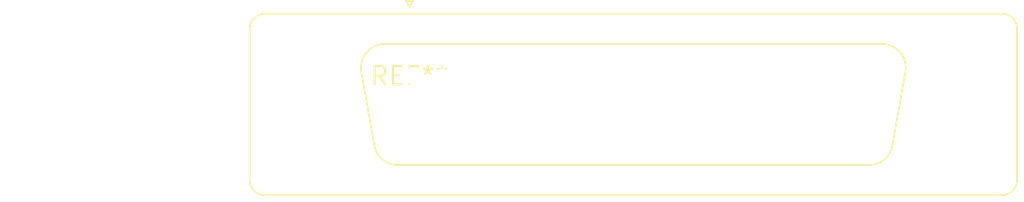
<source format=kicad_pcb>
(kicad_pcb (version 20240108) (generator pcbnew)
  (layers (0 "F.Cu" signal) (31 "B.Cu" signal) (34 "B.Paste" user) (35 "F.Paste" user) (36 "B.SilkS" user "B.Silkscreen") (37 "F.SilkS" user "F.Silkscreen") (38 "B.Mask" user) (39 "F.Mask" user) (44 "Edge.Cuts" user))
  (net 0 "")
  (footprint "DSUB-44-HD_Male_Vertical_P2.29x1.98mm_MountingHoles" (layer "F.Cu") (at 0 0)
    (property "Reference" "REF**")
    (property "Value" "DSUB-44-HD_Male_Vertical_P2.29x1.98mm_MountingHoles")
    (fp_line (start -11.085 7.23) (end -11.085 -3.27) (layer "F.SilkS") (stroke (width 0.12)))
    (fp_line (start -10.025 -4.33) (end 41.075 -4.33) (layer "F.SilkS") (stroke (width 0.12)))
    (fp_line (start -3.34147 -0.281744) (end -2.442202 4.818256) (layer "F.SilkS") (stroke (width 0.12)))
    (fp_line (start -1.706689 -2.23) (end 32.756689 -2.23) (layer "F.SilkS") (stroke (width 0.12)))
    (fp_line (start -0.807421 6.19) (end 31.857421 6.19) (layer "F.SilkS") (stroke (width 0.12)))
    (fp_line (start -0.25 -5.224338) (end 0.25 -5.224338) (layer "F.SilkS") (stroke (width 0.12)))
    (fp_line (start 0 -4.791325) (end -0.25 -5.224338) (layer "F.SilkS") (stroke (width 0.12)))
    (fp_line (start 0.25 -5.224338) (end 0 -4.791325) (layer "F.SilkS") (stroke (width 0.12)))
    (fp_line (start 34.39147 -0.281744) (end 33.492202 4.818256) (layer "F.SilkS") (stroke (width 0.12)))
    (fp_line (start 41.075 8.29) (end -10.025 8.29) (layer "F.SilkS") (stroke (width 0.12)))
    (fp_line (start 42.135 -3.27) (end 42.135 7.23) (layer "F.SilkS") (stroke (width 0.12)))
    (fp_arc (start -11.085 -3.27) (mid -10.774533 -4.019533) (end -10.025 -4.33) (layer "F.SilkS") (stroke (width 0.12)))
    (fp_arc (start -10.025 8.29) (mid -10.774533 7.979533) (end -11.085 7.23) (layer "F.SilkS") (stroke (width 0.12)))
    (fp_arc (start -3.34147 -0.281744) (mid -2.978323 -1.637028) (end -1.706689 -2.23) (layer "F.SilkS") (stroke (width 0.12)))
    (fp_arc (start -0.807421 6.19) (mid -1.874448 5.801634) (end -2.442202 4.818256) (layer "F.SilkS") (stroke (width 0.12)))
    (fp_arc (start 32.756689 -2.23) (mid 34.028323 -1.637027) (end 34.39147 -0.281744) (layer "F.SilkS") (stroke (width 0.12)))
    (fp_arc (start 33.492202 4.818256) (mid 32.924449 5.801634) (end 31.857421 6.19) (layer "F.SilkS") (stroke (width 0.12)))
    (fp_arc (start 41.075 -4.33) (mid 41.824533 -4.019533) (end 42.135 -3.27) (layer "F.SilkS") (stroke (width 0.12)))
    (fp_arc (start 42.135 7.23) (mid 41.824533 7.979533) (end 41.075 8.29) (layer "F.SilkS") (stroke (width 0.12)))
    (pad "0" thru_hole circle (at -8.025 1.98) (size 4 4) (drill 3.2) (layers *.Cu *.Mask) (remove_unused_layers))
    (pad "0" thru_hole circle (at 39.075 1.98) (size 4 4) (drill 3.2) (layers *.Cu *.Mask) (remove_unused_layers))
    (pad "1" thru_hole rect (at 0 0) (size 1.6 1.6) (drill 1) (layers *.Cu *.Mask) (remove_unused_layers))
    (pad "2" thru_hole circle (at 2.29 0) (size 1.6 1.6) (drill 1) (layers *.Cu *.Mask) (remove_unused_layers))
    (pad "3" thru_hole circle (at 4.58 0) (size 1.6 1.6) (drill 1) (layers *.Cu *.Mask) (remove_unused_layers))
    (pad "4" thru_hole circle (at 6.87 0) (size 1.6 1.6) (drill 1) (layers *.Cu *.Mask) (remove_unused_layers))
    (pad "5" thru_hole circle (at 9.16 0) (size 1.6 1.6) (drill 1) (layers *.Cu *.Mask) (remove_unused_layers))
    (pad "6" thru_hole circle (at 11.45 0) (size 1.6 1.6) (drill 1) (layers *.Cu *.Mask) (remove_unused_layers))
    (pad "7" thru_hole circle (at 13.74 0) (size 1.6 1.6) (drill 1) (layers *.Cu *.Mask) (remove_unused_layers))
    (pad "8" thru_hole circle (at 16.03 0) (size 1.6 1.6) (drill 1) (layers *.Cu *.Mask) (remove_unused_layers))
    (pad "9" thru_hole circle (at 18.32 0) (size 1.6 1.6) (drill 1) (layers *.Cu *.Mask) (remove_unused_layers))
    (pad "10" thru_hole circle (at 20.61 0) (size 1.6 1.6) (drill 1) (layers *.Cu *.Mask) (remove_unused_layers))
    (pad "11" thru_hole circle (at 22.9 0) (size 1.6 1.6) (drill 1) (layers *.Cu *.Mask) (remove_unused_layers))
    (pad "12" thru_hole circle (at 25.19 0) (size 1.6 1.6) (drill 1) (layers *.Cu *.Mask) (remove_unused_layers))
    (pad "13" thru_hole circle (at 27.48 0) (size 1.6 1.6) (drill 1) (layers *.Cu *.Mask) (remove_unused_layers))
    (pad "14" thru_hole circle (at 29.77 0) (size 1.6 1.6) (drill 1) (layers *.Cu *.Mask) (remove_unused_layers))
    (pad "15" thru_hole circle (at 32.06 0) (size 1.6 1.6) (drill 1) (layers *.Cu *.Mask) (remove_unused_layers))
    (pad "16" thru_hole circle (at -1.145 1.98) (size 1.6 1.6) (drill 1) (layers *.Cu *.Mask) (remove_unused_layers))
    (pad "17" thru_hole circle (at 1.145 1.98) (size 1.6 1.6) (drill 1) (layers *.Cu *.Mask) (remove_unused_layers))
    (pad "18" thru_hole circle (at 3.435 1.98) (size 1.6 1.6) (drill 1) (layers *.Cu *.Mask) (remove_unused_layers))
    (pad "19" thru_hole circle (at 5.725 1.98) (size 1.6 1.6) (drill 1) (layers *.Cu *.Mask) (remove_unused_layers))
    (pad "20" thru_hole circle (at 8.015 1.98) (size 1.6 1.6) (drill 1) (layers *.Cu *.Mask) (remove_unused_layers))
    (pad "21" thru_hole circle (at 10.305 1.98) (size 1.6 1.6) (drill 1) (layers *.Cu *.Mask) (remove_unused_layers))
    (pad "22" thru_hole circle (at 12.595 1.98) (size 1.6 1.6) (drill 1) (layers *.Cu *.Mask) (remove_unused_layers))
    (pad "23" thru_hole circle (at 14.885 1.98) (size 1.6 1.6) (drill 1) (layers *.Cu *.Mask) (remove_unused_layers))
    (pad "24" thru_hole circle (at 17.175 1.98) (size 1.6 1.6) (drill 1) (layers *.Cu *.Mask) (remove_unused_layers))
    (pad "25" thru_hole circle (at 19.465 1.98) (size 1.6 1.6) (drill 1) (layers *.Cu *.Mask) (remove_unused_layers))
    (pad "26" thru_hole circle (at 21.755 1.98) (size 1.6 1.6) (drill 1) (layers *.Cu *.Mask) (remove_unused_layers))
    (pad "27" thru_hole circle (at 24.045 1.98) (size 1.6 1.6) (drill 1) (layers *.Cu *.Mask) (remove_unused_layers))
    (pad "28" thru_hole circle (at 26.335 1.98) (size 1.6 1.6) (drill 1) (layers *.Cu *.Mask) (remove_unused_layers))
    (pad "29" thru_hole circle (at 28.625 1.98) (size 1.6 1.6) (drill 1) (layers *.Cu *.Mask) (remove_unused_layers))
    (pad "30" thru_hole circle (at 30.915 1.98) (size 1.6 1.6) (drill 1) (layers *.Cu *.Mask) (remove_unused_layers))
    (pad "31" thru_hole circle (at 0 3.96) (size 1.6 1.6) (drill 1) (layers *.Cu *.Mask) (remove_unused_layers))
    (pad "32" thru_hole circle (at 2.29 3.96) (size 1.6 1.6) (drill 1) (layers *.Cu *.Mask) (remove_unused_layers))
    (pad "33" thru_hole circle (at 4.58 3.96) (size 1.6 1.6) (drill 1) (layers *.Cu *.Mask) (remove_unused_layers))
    (pad "34" thru_hole circle (at 6.87 3.96) (size 1.6 1.6) (drill 1) (layers *.Cu *.Mask) (remove_unused_layers))
    (pad "35" thru_hole circle (at 9.16 3.96) (size 1.6 1.6) (drill 1) (layers *.Cu *.Mask) (remove_unused_layers))
    (pad "36" thru_hole circle (at 11.45 3.96) (size 1.6 1.6) (drill 1) (layers *.Cu *.Mask) (remove_unused_layers))
    (pad "37" thru_hole circle (at 13.74 3.96) (size 1.6 1.6) (drill 1) (layers *.Cu *.Mask) (remove_unused_layers))
    (pad "38" thru_hole circle (at 16.03 3.96) (size 1.6 1.6) (drill 1) (layers *.Cu *.Mask) (remove_unused_layers))
    (pad "39" thru_hole circle (at 18.32 3.96) (size 1.6 1.6) (drill 1) (layers *.Cu *.Mask) (remove_unused_layers))
    (pad "40" thru_hole circle (at 20.61 3.96) (size 1.6 1.6) (drill 1) (layers *.Cu *.Mask) (remove_unused_layers))
    (pad "41" thru_hole circle (at 22.9 3.96) (size 1.6 1.6) (drill 1) (layers *.Cu *.Mask) (remove_unused_layers))
    (pad "42" thru_hole circle (at 25.19 3.96) (size 1.6 1.6) (drill 1) (layers *.Cu *.Mask) (remove_unused_layers))
    (pad "43" thru_hole circle (at 27.48 3.96) (size 1.6 1.6) (drill 1) (layers *.Cu *.Mask) (remove_unused_layers))
    (pad "44" thru_hole circle (at 29.77 3.96) (size 1.6 1.6) (drill 1) (layers *.Cu *.Mask) (remove_unused_layers))
  )
)
</source>
